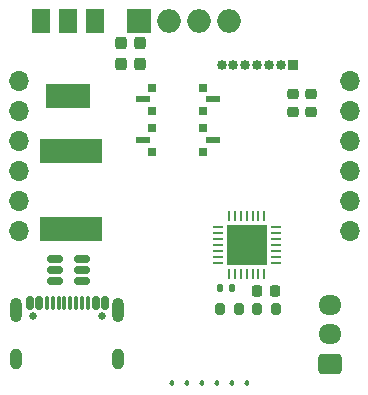
<source format=gbr>
%TF.GenerationSoftware,KiCad,Pcbnew,7.0.8*%
%TF.CreationDate,2024-03-19T19:35:36+01:00*%
%TF.ProjectId,neopixel_eliot_hat,6e656f70-6978-4656-9c5f-656c696f745f,rev?*%
%TF.SameCoordinates,Original*%
%TF.FileFunction,Soldermask,Bot*%
%TF.FilePolarity,Negative*%
%FSLAX46Y46*%
G04 Gerber Fmt 4.6, Leading zero omitted, Abs format (unit mm)*
G04 Created by KiCad (PCBNEW 7.0.8) date 2024-03-19 19:35:36*
%MOMM*%
%LPD*%
G01*
G04 APERTURE LIST*
G04 Aperture macros list*
%AMRoundRect*
0 Rectangle with rounded corners*
0 $1 Rounding radius*
0 $2 $3 $4 $5 $6 $7 $8 $9 X,Y pos of 4 corners*
0 Add a 4 corners polygon primitive as box body*
4,1,4,$2,$3,$4,$5,$6,$7,$8,$9,$2,$3,0*
0 Add four circle primitives for the rounded corners*
1,1,$1+$1,$2,$3*
1,1,$1+$1,$4,$5*
1,1,$1+$1,$6,$7*
1,1,$1+$1,$8,$9*
0 Add four rect primitives between the rounded corners*
20,1,$1+$1,$2,$3,$4,$5,0*
20,1,$1+$1,$4,$5,$6,$7,0*
20,1,$1+$1,$6,$7,$8,$9,0*
20,1,$1+$1,$8,$9,$2,$3,0*%
G04 Aperture macros list end*
%ADD10C,0.458000*%
%ADD11R,2.000000X2.000000*%
%ADD12O,2.000000X2.000000*%
%ADD13O,1.700000X1.700000*%
%ADD14R,1.200000X0.500000*%
%ADD15R,0.700000X0.700000*%
%ADD16RoundRect,0.200000X-0.200000X-0.275000X0.200000X-0.275000X0.200000X0.275000X-0.200000X0.275000X0*%
%ADD17RoundRect,0.225000X-0.250000X0.225000X-0.250000X-0.225000X0.250000X-0.225000X0.250000X0.225000X0*%
%ADD18C,0.650000*%
%ADD19RoundRect,0.150000X0.150000X0.425000X-0.150000X0.425000X-0.150000X-0.425000X0.150000X-0.425000X0*%
%ADD20RoundRect,0.075000X0.075000X0.500000X-0.075000X0.500000X-0.075000X-0.500000X0.075000X-0.500000X0*%
%ADD21O,1.000000X1.800000*%
%ADD22O,1.000000X2.100000*%
%ADD23RoundRect,0.237500X-0.237500X0.300000X-0.237500X-0.300000X0.237500X-0.300000X0.237500X0.300000X0*%
%ADD24RoundRect,0.237500X0.237500X-0.300000X0.237500X0.300000X-0.237500X0.300000X-0.237500X-0.300000X0*%
%ADD25RoundRect,0.225000X-0.225000X-0.250000X0.225000X-0.250000X0.225000X0.250000X-0.225000X0.250000X0*%
%ADD26R,1.500000X2.000000*%
%ADD27R,3.800000X2.000000*%
%ADD28RoundRect,0.062500X0.337500X0.062500X-0.337500X0.062500X-0.337500X-0.062500X0.337500X-0.062500X0*%
%ADD29RoundRect,0.062500X0.062500X0.337500X-0.062500X0.337500X-0.062500X-0.337500X0.062500X-0.337500X0*%
%ADD30R,3.350000X3.350000*%
%ADD31R,0.850000X0.850000*%
%ADD32O,0.850000X0.850000*%
%ADD33RoundRect,0.150000X-0.512500X-0.150000X0.512500X-0.150000X0.512500X0.150000X-0.512500X0.150000X0*%
%ADD34R,5.300000X2.000000*%
%ADD35RoundRect,0.250000X0.725000X-0.600000X0.725000X0.600000X-0.725000X0.600000X-0.725000X-0.600000X0*%
%ADD36O,1.950000X1.700000*%
%ADD37RoundRect,0.135000X0.135000X0.185000X-0.135000X0.185000X-0.135000X-0.185000X0.135000X-0.185000X0*%
G04 APERTURE END LIST*
D10*
%TO.C,LV1*%
X152080000Y-95047500D03*
X153350000Y-95047500D03*
X154620000Y-95047500D03*
X155890000Y-95047500D03*
X157160000Y-95047500D03*
X158430000Y-95047500D03*
%TD*%
D11*
%TO.C,J2*%
X149265000Y-64425000D03*
D12*
X151805000Y-64425000D03*
D13*
X139075000Y-69505000D03*
X139075000Y-72045000D03*
X139075000Y-74585000D03*
X139075000Y-77125000D03*
X139075000Y-79665000D03*
X139075000Y-82205000D03*
X167075000Y-82205000D03*
X167075000Y-79665000D03*
X167075000Y-77125000D03*
X167075000Y-74585000D03*
X167075000Y-72045000D03*
X167075000Y-69505000D03*
D12*
X154345000Y-64425000D03*
X156885000Y-64425000D03*
%TD*%
D14*
%TO.C,S2*%
X155475000Y-74500000D03*
X149575000Y-74500000D03*
D15*
X154675000Y-75500000D03*
X154675000Y-73500000D03*
X150375000Y-75500000D03*
X150375000Y-73500000D03*
%TD*%
D16*
%TO.C,R16*%
X159210000Y-88790000D03*
X160860000Y-88790000D03*
%TD*%
D14*
%TO.C,S1*%
X155475000Y-71050000D03*
X149575000Y-71050000D03*
D15*
X154675000Y-72050000D03*
X154675000Y-70050000D03*
X150375000Y-72050000D03*
X150375000Y-70050000D03*
%TD*%
D17*
%TO.C,C8*%
X162275000Y-70575000D03*
X162275000Y-72125000D03*
%TD*%
%TO.C,C9*%
X163775000Y-70575000D03*
X163775000Y-72125000D03*
%TD*%
D18*
%TO.C,J4*%
X146080000Y-89362500D03*
X140300000Y-89362500D03*
D19*
X146390000Y-88287500D03*
X145590000Y-88287500D03*
D20*
X144440000Y-88287500D03*
X143440000Y-88287500D03*
X142940000Y-88287500D03*
X141940000Y-88287500D03*
D19*
X140790000Y-88287500D03*
X139990000Y-88287500D03*
X139990000Y-88287500D03*
X140790000Y-88287500D03*
D20*
X141440000Y-88287500D03*
X142440000Y-88287500D03*
X143940000Y-88287500D03*
X144940000Y-88287500D03*
D19*
X145590000Y-88287500D03*
X146390000Y-88287500D03*
D21*
X147510000Y-93042500D03*
D22*
X147510000Y-88862500D03*
D21*
X138870000Y-93042500D03*
D22*
X138870000Y-88862500D03*
%TD*%
D23*
%TO.C,C13*%
X147725000Y-66287500D03*
X147725000Y-68012500D03*
%TD*%
D24*
%TO.C,C12*%
X149300000Y-68025000D03*
X149300000Y-66300000D03*
%TD*%
D16*
%TO.C,R12*%
X156085000Y-88790000D03*
X157735000Y-88790000D03*
%TD*%
D25*
%TO.C,C14*%
X159210000Y-87240000D03*
X160760000Y-87240000D03*
%TD*%
D26*
%TO.C,U2*%
X140950000Y-64425000D03*
X143250000Y-64425000D03*
D27*
X143250000Y-70725000D03*
D26*
X145550000Y-64425000D03*
%TD*%
D28*
%TO.C,U3*%
X160815000Y-81875000D03*
X160815000Y-82375000D03*
X160815000Y-82875000D03*
X160815000Y-83375000D03*
X160815000Y-83875000D03*
X160815000Y-84375000D03*
X160815000Y-84875000D03*
D29*
X159865000Y-85825000D03*
X159365000Y-85825000D03*
X158865000Y-85825000D03*
X158365000Y-85825000D03*
X157865000Y-85825000D03*
X157365000Y-85825000D03*
X156865000Y-85825000D03*
D28*
X155915000Y-84875000D03*
X155915000Y-84375000D03*
X155915000Y-83875000D03*
X155915000Y-83375000D03*
X155915000Y-82875000D03*
X155915000Y-82375000D03*
X155915000Y-81875000D03*
D29*
X156865000Y-80925000D03*
X157365000Y-80925000D03*
X157865000Y-80925000D03*
X158365000Y-80925000D03*
X158865000Y-80925000D03*
X159365000Y-80925000D03*
X159865000Y-80925000D03*
D30*
X158365000Y-83375000D03*
%TD*%
D31*
%TO.C,J3*%
X162250000Y-68175000D03*
D32*
X161250000Y-68175000D03*
X160250000Y-68175000D03*
X159250000Y-68175000D03*
X158250000Y-68175000D03*
X157250000Y-68175000D03*
X156250000Y-68175000D03*
%TD*%
D33*
%TO.C,U4*%
X142175000Y-86425000D03*
X142175000Y-85475000D03*
X142175000Y-84525000D03*
X144450000Y-84525000D03*
X144450000Y-85475000D03*
X144450000Y-86425000D03*
%TD*%
D34*
%TO.C,F1*%
X143510000Y-82040000D03*
X143510000Y-75440000D03*
%TD*%
D35*
%TO.C,J1*%
X165450000Y-93425000D03*
D36*
X165450000Y-90925000D03*
X165450000Y-88425000D03*
%TD*%
D37*
%TO.C,R19*%
X157120000Y-87050000D03*
X156100000Y-87050000D03*
%TD*%
M02*

</source>
